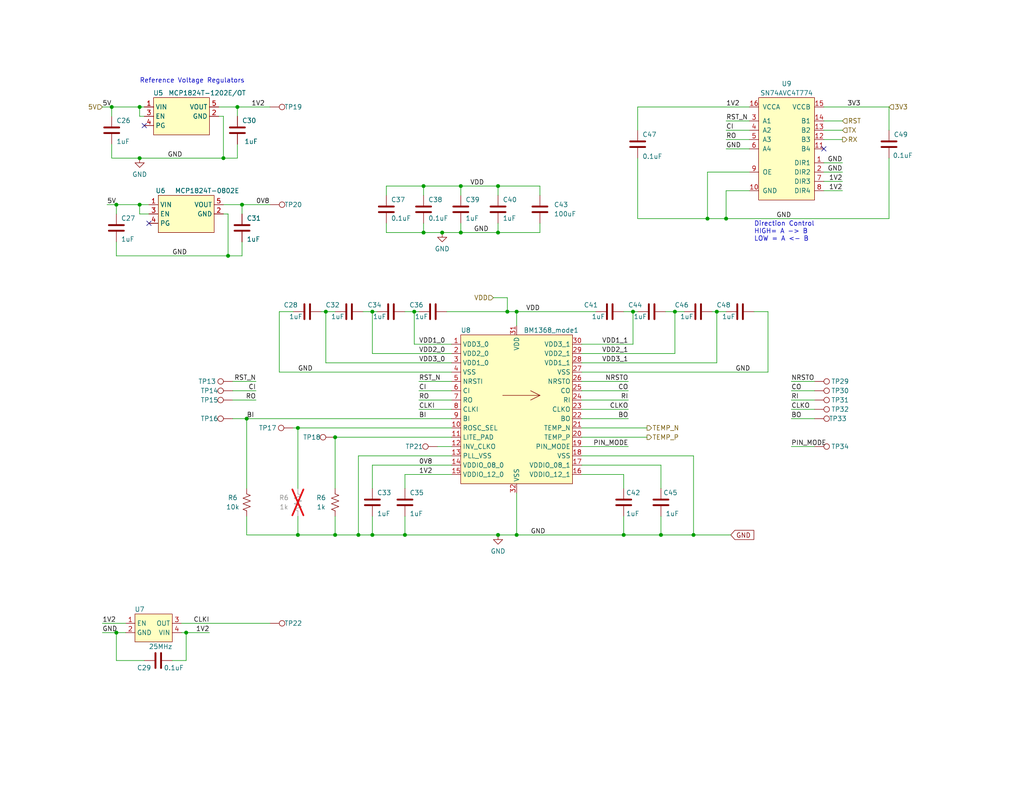
<source format=kicad_sch>
(kicad_sch (version 20231120) (generator "eeschema") (generator_version "8.0")
  (paper "A")
  (title_block (title "bitaxeSupra") (date "2024-04-07") (rev "403"))
  (lib_symbols
    (symbol "Connector:TestPoint" (pin_numbers hide) (pin_names (offset 0.762) hide)
      (property "Reference" "TP" (at 0 6.858 0))
      (property "Value" "TestPoint" (at 0 5.08 0))
      (symbol "TestPoint_0_1"
        (circle (center 0 3.302) (radius 0.762))
      )
      (symbol "TestPoint_1_1"
        (pin passive line (at 0 0 90) (length 2.54) (name "1") (number "1"))
      )
    )
    (symbol "Device:C" (pin_numbers hide) (pin_names (offset 0.254))
      (property "Reference" "C" (at 0.635 2.54 0))
      (property "Value" "C" (at 0.635 -2.54 0))
      (symbol "C_0_1"
        (polyline (pts (xy -2.032 -0.762) (xy 2.032 -0.762)) (stroke (width 0.508)))
        (polyline (pts (xy -2.032 0.762) (xy 2.032 0.762)) (stroke (width 0.508)))
      )
      (symbol "C_1_1"
        (pin passive line (at 0 3.81 270) (length 2.794) (name "~") (number "1"))
        (pin passive line (at 0 -3.81 90) (length 2.794) (name "~") (number "2"))
      )
    )
    (symbol "Device:R_US" (pin_numbers hide) (pin_names (offset 0))
      (property "Reference" "R" (at 2.54 0 90))
      (property "Value" "R_US" (at -2.54 0 90))
      (symbol "R_US_0_1"
        (polyline (pts (xy 0 -2.286) (xy 0 -2.54)))
        (polyline (pts (xy 0 2.286) (xy 0 2.54)))
        (polyline (pts (xy 0 -0.762) (xy 1.016 -1.143) (xy 0 -1.524) (xy -1.016 -1.905) (xy 0 -2.286)))
        (polyline (pts (xy 0 0.762) (xy 1.016 0.381) (xy 0 0) (xy -1.016 -0.381) (xy 0 -0.762)))
        (polyline (pts (xy 0 2.286) (xy 1.016 1.905) (xy 0 1.524) (xy -1.016 1.143) (xy 0 0.762)))
      )
      (symbol "R_US_1_1"
        (pin passive line (at 0 3.81 270) (length 1.27) (name "~") (number "1"))
        (pin passive line (at 0 -3.81 90) (length 1.27) (name "~") (number "2"))
      )
    )
    (symbol "MCP1824_1"
      (property "Reference" "U" (at -7.62 5.08 0))
      (property "Value" "MCP1824_1" (at 5.08 5.08 0))
      (symbol "MCP1824_1_0_1"
        (rectangle (start -7.62 3.81) (end 7.62 -6.35) (stroke (width 0.1524)) (fill (type background)))
      )
      (symbol "MCP1824_1_1_0"
        (pin bidirectional line (at -10.16 1.27 0) (length 2.54) (name "VIN") (number "1"))
        (pin bidirectional line (at 10.16 -1.27 180) (length 2.54) (name "GND") (number "2"))
        (pin bidirectional line (at -10.16 -1.27 0) (length 2.54) (name "EN") (number "3"))
        (pin bidirectional line (at -10.16 -3.81 0) (length 2.54) (name "PG") (number "4"))
        (pin bidirectional line (at 10.16 1.27 180) (length 2.54) (name "VOUT") (number "5"))
      )
    )
    (symbol "bitaxe:BM1368_mode1"
      (property "Reference" "U4" (at -15.24 21.59 0))
      (property "Value" "BM1368_mode1" (at 1.905 21.59 0))
      (symbol "BM1368_mode1_0_1"
        (rectangle (start -15.24 20.32) (end 15.24 -20.32) (fill (type background)))
        (polyline (pts (xy -3.81 3.81) (xy 6.35 3.81)))
        (polyline (pts (xy 3.81 2.54) (xy 6.35 3.81)))
        (polyline (pts (xy 3.81 5.08) (xy 6.35 3.81)))
      )
      (symbol "BM1368_mode1_1_1"
        (pin power_in line (at -17.78 17.78 0) (length 2.54) (name "VDD3_0") (number "1"))
        (pin unspecified line (at -17.78 -5.08 0) (length 2.54) (name "ROSC_SEL") (number "10"))
        (pin unspecified line (at -17.78 -7.62 0) (length 2.54) (name "LITE_PAD") (number "11"))
        (pin unspecified line (at -17.78 -10.16 0) (length 2.54) (name "INV_CLKO") (number "12"))
        (pin power_in line (at -17.78 -12.7 0) (length 2.54) (name "PLL_VSS") (number "13"))
        (pin power_in line (at -17.78 -15.24 0) (length 2.54) (name "VDDIO_08_0") (number "14"))
        (pin power_in line (at -17.78 -17.78 0) (length 2.54) (name "VDDIO_12_0") (number "15"))
        (pin power_in line (at 17.78 -17.78 180) (length 2.54) (name "VDDIO_12_1") (number "16"))
        (pin power_in line (at 17.78 -15.24 180) (length 2.54) (name "VDDIO_08_1") (number "17"))
        (pin power_in line (at 17.78 -12.7 180) (length 2.54) (name "VSS") (number "18"))
        (pin input line (at 17.78 -10.16 180) (length 2.54) (name "PIN_MODE") (number "19"))
        (pin power_in line (at -17.78 15.24 0) (length 2.54) (name "VDD2_0") (number "2"))
        (pin unspecified line (at 17.78 -7.62 180) (length 2.54) (name "TEMP_P") (number "20"))
        (pin unspecified line (at 17.78 -5.08 180) (length 2.54) (name "TEMP_N") (number "21"))
        (pin output line (at 17.78 -2.54 180) (length 2.54) (name "BO") (number "22"))
        (pin output line (at 17.78 0 180) (length 2.54) (name "CLKO") (number "23"))
        (pin input line (at 17.78 2.54 180) (length 2.54) (name "RI") (number "24"))
        (pin output line (at 17.78 5.08 180) (length 2.54) (name "CO") (number "25"))
        (pin output line (at 17.78 7.62 180) (length 2.54) (name "NRSTO") (number "26"))
        (pin power_in line (at 17.78 10.16 180) (length 2.54) (name "VSS") (number "27"))
        (pin power_in line (at 17.78 12.7 180) (length 2.54) (name "VDD1_1") (number "28"))
        (pin power_in line (at 17.78 15.24 180) (length 2.54) (name "VDD2_1") (number "29"))
        (pin power_in line (at -17.78 12.7 0) (length 2.54) (name "VDD1_0") (number "3"))
        (pin power_in line (at 17.78 17.78 180) (length 2.54) (name "VDD3_1") (number "30"))
        (pin power_in line (at 0 22.86 270) (length 2.54) (name "VDD") (number "31"))
        (pin power_in line (at 0 -22.86 90) (length 2.54) (name "VSS") (number "32"))
        (pin power_in line (at -17.78 10.16 0) (length 2.54) (name "VSS") (number "4"))
        (pin input line (at -17.78 7.62 0) (length 2.54) (name "NRSTI") (number "5"))
        (pin input line (at -17.78 5.08 0) (length 2.54) (name "CI") (number "6"))
        (pin output line (at -17.78 2.54 0) (length 2.54) (name "RO") (number "7"))
        (pin input line (at -17.78 0 0) (length 2.54) (name "CLKI") (number "8"))
        (pin input line (at -17.78 -2.54 0) (length 2.54) (name "BI") (number "9"))
      )
    )
    (symbol "bitaxe:MCP1824"
      (property "Reference" "U" (at -7.62 5.08 0))
      (property "Value" "MCP1824" (at 5.08 5.08 0))
      (symbol "MCP1824_0_1"
        (rectangle (start -7.62 3.81) (end 7.62 -6.35) (stroke (width 0.1524)) (fill (type background)))
      )
      (symbol "MCP1824_1_0"
        (pin bidirectional line (at -10.16 1.27 0) (length 2.54) (name "VIN") (number "1"))
        (pin bidirectional line (at 10.16 -1.27 180) (length 2.54) (name "GND") (number "2"))
        (pin bidirectional line (at -10.16 -1.27 0) (length 2.54) (name "EN") (number "3"))
        (pin bidirectional line (at -10.16 -3.81 0) (length 2.54) (name "PG") (number "4"))
        (pin bidirectional line (at 10.16 1.27 180) (length 2.54) (name "VOUT") (number "5"))
      )
    )
    (symbol "bitaxe:SN74AVC4T774" (pin_names (offset 1.016))
      (property "Reference" "U" (at -6.35 12.7 0))
      (property "Value" "SN74AVC4T774" (at -7.62 -19.05 0))
      (symbol "SN74AVC4T774_0_0"
        (rectangle (start -7.62 11.43) (end 7.62 -16.51) (stroke (width 0.1524)) (fill (type background)))
      )
      (symbol "SN74AVC4T774_1_0"
        (pin input line (at 10.16 -6.35 180) (length 2.54) (name "DIR1") (number "1"))
        (pin power_in line (at -10.16 -13.97 0) (length 2.54) (name "GND") (number "10"))
        (pin bidirectional line (at 10.16 -2.54 180) (length 2.54) (name "B4") (number "11"))
        (pin bidirectional line (at 10.16 0 180) (length 2.54) (name "B3") (number "12"))
        (pin bidirectional line (at 10.16 2.54 180) (length 2.54) (name "B2") (number "13"))
        (pin bidirectional line (at 10.16 5.08 180) (length 2.54) (name "B1") (number "14"))
        (pin power_in line (at 10.16 8.89 180) (length 2.54) (name "VCCB") (number "15"))
        (pin power_in line (at -10.16 8.89 0) (length 2.54) (name "VCCA") (number "16"))
        (pin input line (at 10.16 -8.89 180) (length 2.54) (name "DIR2") (number "2"))
        (pin bidirectional line (at -10.16 5.08 0) (length 2.54) (name "A1") (number "3"))
        (pin bidirectional line (at -10.16 2.54 0) (length 2.54) (name "A2") (number "4"))
        (pin bidirectional line (at -10.16 0 0) (length 2.54) (name "A3") (number "5"))
        (pin bidirectional line (at -10.16 -2.54 0) (length 2.54) (name "A4") (number "6"))
        (pin input line (at 10.16 -11.43 180) (length 2.54) (name "DIR3") (number "7"))
        (pin input line (at 10.16 -13.97 180) (length 2.54) (name "DIR4") (number "8"))
        (pin input line (at -10.16 -8.89 0) (length 2.54) (name "OE") (number "9"))
      )
    )
    (symbol "bitaxe:oscillator"
      (property "Reference" "U" (at -3.81 5.08 0))
      (property "Value" "oscillator" (at 0 -5.08 0))
      (symbol "oscillator_0_1"
        (rectangle (start -5.08 3.81) (end 5.08 -3.81) (stroke (width 0.1524)) (fill (type background)))
      )
      (symbol "oscillator_1_0"
        (pin bidirectional line (at -7.62 1.27 0) (length 2.54) (name "EN") (number "1"))
        (pin bidirectional line (at -7.62 -1.27 0) (length 2.54) (name "GND") (number "2"))
        (pin bidirectional line (at 7.62 1.27 180) (length 2.54) (name "OUT") (number "3"))
        (pin bidirectional line (at 7.62 -1.27 180) (length 2.54) (name "VIN") (number "4"))
      )
    )
    (symbol "power:GND" (power) (pin_names (offset 0))
      (property "Value" "GND" (at 0 -3.81 0))
      (symbol "GND_0_1"
        (polyline (pts (xy 0 0) (xy 0 -1.27) (xy 1.27 -1.27) (xy 0 -2.54) (xy -1.27 -1.27) (xy 0 -1.27)))
      )
      (symbol "GND_1_1"
        (pin power_in line (at 0 0 270) (length 0) hide (name "GND") (number "1"))
      )
    )
  )
  (junction (at 180.34 146.05))
  (junction (at 184.15 85.09))
  (junction (at 115.57 63.5) (diameter 0.9144))
  (junction (at 38.1 43.18))
  (junction (at 67.31 114.3))
  (junction (at 30.48 29.21) (diameter 0.9144))
  (junction (at 125.73 50.8) (diameter 0.9144))
  (junction (at 135.89 50.8))
  (junction (at 38.1 55.88))
  (junction (at 135.89 63.5))
  (junction (at 81.28 116.84))
  (junction (at 120.65 63.5))
  (junction (at 62.23 69.85) (diameter 0.9144))
  (junction (at 101.6 85.09))
  (junction (at 101.6 146.05))
  (junction (at 91.44 119.38))
  (junction (at 113.03 85.09))
  (junction (at 97.79 146.05))
  (junction (at 110.49 146.05))
  (junction (at 64.77 29.21) (diameter 0.9144))
  (junction (at 189.23 146.05))
  (junction (at 50.8 172.72))
  (junction (at 138.43 85.09))
  (junction (at 135.89 146.05))
  (junction (at 91.44 146.05))
  (junction (at 31.75 55.88) (diameter 0.9144))
  (junction (at 125.73 63.5) (diameter 0.9144))
  (junction (at 198.12 59.69))
  (junction (at 170.18 146.05))
  (junction (at 172.72 85.09))
  (junction (at 81.28 146.05))
  (junction (at 60.96 43.18) (diameter 0.9144))
  (junction (at 195.58 85.09))
  (junction (at 38.1 29.21))
  (junction (at 88.9 85.09))
  (junction (at 193.04 59.69))
  (junction (at 140.97 85.09))
  (junction (at 31.75 172.72))
  (junction (at 115.57 50.8) (diameter 0.9144))
  (junction (at 140.97 146.05))
  (junction (at 66.04 55.88) (diameter 0.9144))
  (no_connect (at 40.64 60.96))
  (no_connect (at 224.79 40.64))
  (no_connect (at 39.37 34.29))
  (wire (pts (xy 31.75 180.34) (xy 31.75 172.72)))
  (wire (pts (xy 180.34 146.05) (xy 189.23 146.05)))
  (wire (pts (xy 101.6 127) (xy 123.19 127)))
  (wire (pts (xy 105.41 60.96) (xy 105.41 63.5)))
  (wire (pts (xy 110.49 129.54) (xy 110.49 133.35)))
  (wire (pts (xy 242.57 29.21) (xy 242.57 35.56)))
  (wire (pts (xy 88.9 99.06) (xy 88.9 85.09)))
  (wire (pts (xy 198.12 59.69) (xy 242.57 59.69)))
  (wire (pts (xy 140.97 134.62) (xy 140.97 146.05)))
  (wire (pts (xy 134.62 81.28) (xy 138.43 81.28)))
  (wire (pts (xy 91.44 140.97) (xy 91.44 146.05)))
  (wire (pts (xy 215.9 114.3) (xy 222.25 114.3)))
  (wire (pts (xy 125.73 53.34) (xy 125.73 50.8)))
  (wire (pts (xy 115.57 63.5) (xy 105.41 63.5)))
  (wire (pts (xy 195.58 99.06) (xy 195.58 85.09)))
  (wire (pts (xy 198.12 52.07) (xy 198.12 59.69)))
  (wire (pts (xy 114.3 104.14) (xy 123.19 104.14)))
  (wire (pts (xy 110.49 85.09) (xy 113.03 85.09)))
  (wire (pts (xy 113.03 85.09) (xy 114.3 85.09)))
  (wire (pts (xy 158.75 121.92) (xy 171.45 121.92)))
  (wire (pts (xy 64.77 39.37) (xy 64.77 43.18)))
  (wire (pts (xy 158.75 124.46) (xy 189.23 124.46)))
  (wire (pts (xy 158.75 93.98) (xy 172.72 93.98)))
  (wire (pts (xy 81.28 146.05) (xy 91.44 146.05)))
  (wire (pts (xy 60.96 31.75) (xy 59.69 31.75)))
  (wire (pts (xy 31.75 55.88) (xy 38.1 55.88)))
  (wire (pts (xy 158.75 104.14) (xy 171.45 104.14)))
  (wire (pts (xy 88.9 85.09) (xy 91.44 85.09)))
  (wire (pts (xy 101.6 127) (xy 101.6 133.35)))
  (wire (pts (xy 76.2 101.6) (xy 76.2 85.09)))
  (wire (pts (xy 101.6 146.05) (xy 110.49 146.05)))
  (wire (pts (xy 162.56 85.09) (xy 140.97 85.09)))
  (wire (pts (xy 184.15 85.09) (xy 186.69 85.09)))
  (wire (pts (xy 46.99 180.34) (xy 50.8 180.34)))
  (wire (pts (xy 209.55 85.09) (xy 205.74 85.09)))
  (wire (pts (xy 115.57 53.34) (xy 115.57 50.8)))
  (wire (pts (xy 189.23 124.46) (xy 189.23 146.05)))
  (wire (pts (xy 99.06 85.09) (xy 101.6 85.09)))
  (wire (pts (xy 62.23 58.42) (xy 60.96 58.42)))
  (wire (pts (xy 135.89 60.96) (xy 135.89 63.5)))
  (wire (pts (xy 193.04 46.99) (xy 193.04 59.69)))
  (wire (pts (xy 242.57 43.18) (xy 242.57 59.69)))
  (wire (pts (xy 180.34 127) (xy 180.34 133.35)))
  (wire (pts (xy 64.77 43.18) (xy 60.96 43.18)))
  (wire (pts (xy 31.75 66.04) (xy 31.75 69.85)))
  (wire (pts (xy 158.75 109.22) (xy 171.45 109.22)))
  (wire (pts (xy 172.72 93.98) (xy 172.72 85.09)))
  (wire (pts (xy 50.8 172.72) (xy 57.15 172.72)))
  (wire (pts (xy 147.32 60.96) (xy 147.32 63.5)))
  (wire (pts (xy 158.75 96.52) (xy 184.15 96.52)))
  (wire (pts (xy 31.75 55.88) (xy 31.75 58.42)))
  (wire (pts (xy 67.31 140.97) (xy 67.31 146.05)))
  (wire (pts (xy 209.55 101.6) (xy 209.55 85.09)))
  (wire (pts (xy 62.23 69.85) (xy 31.75 69.85)))
  (wire (pts (xy 66.04 66.04) (xy 66.04 69.85)))
  (wire (pts (xy 224.79 35.56) (xy 229.87 35.56)))
  (wire (pts (xy 66.04 55.88) (xy 73.66 55.88)))
  (wire (pts (xy 215.9 106.68) (xy 222.25 106.68)))
  (wire (pts (xy 81.28 140.97) (xy 81.28 146.05)))
  (wire (pts (xy 50.8 180.34) (xy 50.8 172.72)))
  (wire (pts (xy 135.89 50.8) (xy 147.32 50.8)))
  (wire (pts (xy 113.03 93.98) (xy 123.19 93.98)))
  (wire (pts (xy 66.04 69.85) (xy 62.23 69.85)))
  (wire (pts (xy 67.31 114.3) (xy 123.19 114.3)))
  (wire (pts (xy 38.1 58.42) (xy 38.1 55.88)))
  (wire (pts (xy 114.3 106.68) (xy 123.19 106.68)))
  (wire (pts (xy 30.48 39.37) (xy 30.48 43.18)))
  (wire (pts (xy 38.1 29.21) (xy 39.37 29.21)))
  (wire (pts (xy 115.57 60.96) (xy 115.57 63.5)))
  (wire (pts (xy 121.92 85.09) (xy 138.43 85.09)))
  (wire (pts (xy 120.65 63.5) (xy 115.57 63.5)))
  (wire (pts (xy 62.23 58.42) (xy 62.23 69.85)))
  (wire (pts (xy 87.63 85.09) (xy 88.9 85.09)))
  (wire (pts (xy 91.44 119.38) (xy 91.44 133.35)))
  (wire (pts (xy 158.75 99.06) (xy 195.58 99.06)))
  (wire (pts (xy 123.19 101.6) (xy 76.2 101.6)))
  (wire (pts (xy 101.6 96.52) (xy 123.19 96.52)))
  (wire (pts (xy 81.28 116.84) (xy 123.19 116.84)))
  (wire (pts (xy 88.9 99.06) (xy 123.19 99.06)))
  (wire (pts (xy 138.43 81.28) (xy 138.43 85.09)))
  (wire (pts (xy 158.75 127) (xy 180.34 127)))
  (wire (pts (xy 38.1 31.75) (xy 39.37 31.75)))
  (wire (pts (xy 97.79 124.46) (xy 97.79 146.05)))
  (wire (pts (xy 215.9 121.92) (xy 222.25 121.92)))
  (wire (pts (xy 125.73 60.96) (xy 125.73 63.5)))
  (wire (pts (xy 224.79 38.1) (xy 229.87 38.1)))
  (wire (pts (xy 81.28 146.05) (xy 67.31 146.05)))
  (wire (pts (xy 181.61 85.09) (xy 184.15 85.09)))
  (wire (pts (xy 31.75 172.72) (xy 34.29 172.72)))
  (wire (pts (xy 224.79 46.99) (xy 229.87 46.99)))
  (wire (pts (xy 158.75 129.54) (xy 170.18 129.54)))
  (wire (pts (xy 101.6 140.97) (xy 101.6 146.05)))
  (wire (pts (xy 158.75 114.3) (xy 171.45 114.3)))
  (wire (pts (xy 215.9 111.76) (xy 222.25 111.76)))
  (wire (pts (xy 224.79 29.21) (xy 242.57 29.21)))
  (wire (pts (xy 158.75 106.68) (xy 171.45 106.68)))
  (wire (pts (xy 38.1 55.88) (xy 40.64 55.88)))
  (wire (pts (xy 158.75 101.6) (xy 209.55 101.6)))
  (wire (pts (xy 198.12 35.56) (xy 204.47 35.56)))
  (wire (pts (xy 60.96 31.75) (xy 60.96 43.18)))
  (wire (pts (xy 110.49 129.54) (xy 123.19 129.54)))
  (wire (pts (xy 110.49 140.97) (xy 110.49 146.05)))
  (wire (pts (xy 204.47 46.99) (xy 193.04 46.99)))
  (wire (pts (xy 105.41 53.34) (xy 105.41 50.8)))
  (wire (pts (xy 60.96 55.88) (xy 66.04 55.88)))
  (wire (pts (xy 63.5 106.68) (xy 69.85 106.68)))
  (wire (pts (xy 170.18 140.97) (xy 170.18 146.05)))
  (wire (pts (xy 198.12 33.02) (xy 204.47 33.02)))
  (wire (pts (xy 195.58 85.09) (xy 198.12 85.09)))
  (wire (pts (xy 170.18 85.09) (xy 172.72 85.09)))
  (wire (pts (xy 30.48 29.21) (xy 38.1 29.21)))
  (wire (pts (xy 27.94 29.21) (xy 30.48 29.21)))
  (wire (pts (xy 224.79 44.45) (xy 229.87 44.45)))
  (wire (pts (xy 158.75 116.84) (xy 176.53 116.84)))
  (wire (pts (xy 30.48 29.21) (xy 30.48 31.75)))
  (wire (pts (xy 27.94 170.18) (xy 34.29 170.18)))
  (wire (pts (xy 125.73 63.5) (xy 120.65 63.5)))
  (wire (pts (xy 123.19 119.38) (xy 91.44 119.38)))
  (wire (pts (xy 38.1 58.42) (xy 40.64 58.42)))
  (wire (pts (xy 119.38 121.92) (xy 123.19 121.92)))
  (wire (pts (xy 173.99 43.18) (xy 173.99 59.69)))
  (wire (pts (xy 101.6 96.52) (xy 101.6 85.09)))
  (wire (pts (xy 173.99 29.21) (xy 204.47 29.21)))
  (wire (pts (xy 29.21 55.88) (xy 31.75 55.88)))
  (wire (pts (xy 224.79 33.02) (xy 229.87 33.02)))
  (wire (pts (xy 224.79 49.53) (xy 229.87 49.53)))
  (wire (pts (xy 101.6 85.09) (xy 102.87 85.09)))
  (wire (pts (xy 189.23 146.05) (xy 199.39 146.05)))
  (wire (pts (xy 115.57 50.8) (xy 125.73 50.8)))
  (wire (pts (xy 59.69 29.21) (xy 64.77 29.21)))
  (wire (pts (xy 173.99 59.69) (xy 193.04 59.69)))
  (wire (pts (xy 49.53 172.72) (xy 50.8 172.72)))
  (wire (pts (xy 76.2 85.09) (xy 80.01 85.09)))
  (wire (pts (xy 215.9 109.22) (xy 222.25 109.22)))
  (wire (pts (xy 170.18 129.54) (xy 170.18 133.35)))
  (wire (pts (xy 97.79 146.05) (xy 101.6 146.05)))
  (wire (pts (xy 198.12 38.1) (xy 204.47 38.1)))
  (wire (pts (xy 114.3 109.22) (xy 123.19 109.22)))
  (wire (pts (xy 194.31 85.09) (xy 195.58 85.09)))
  (wire (pts (xy 27.94 172.72) (xy 31.75 172.72)))
  (wire (pts (xy 158.75 119.38) (xy 176.53 119.38)))
  (wire (pts (xy 198.12 40.64) (xy 204.47 40.64)))
  (wire (pts (xy 64.77 29.21) (xy 64.77 31.75)))
  (wire (pts (xy 38.1 43.18) (xy 30.48 43.18)))
  (wire (pts (xy 135.89 53.34) (xy 135.89 50.8)))
  (wire (pts (xy 67.31 114.3) (xy 67.31 133.35)))
  (wire (pts (xy 170.18 146.05) (xy 180.34 146.05)))
  (wire (pts (xy 140.97 85.09) (xy 140.97 88.9)))
  (wire (pts (xy 113.03 85.09) (xy 113.03 93.98)))
  (wire (pts (xy 140.97 146.05) (xy 170.18 146.05)))
  (wire (pts (xy 198.12 59.69) (xy 193.04 59.69)))
  (wire (pts (xy 66.04 55.88) (xy 66.04 58.42)))
  (wire (pts (xy 147.32 53.34) (xy 147.32 50.8)))
  (wire (pts (xy 64.77 29.21) (xy 73.66 29.21)))
  (wire (pts (xy 110.49 146.05) (xy 135.89 146.05)))
  (wire (pts (xy 38.1 31.75) (xy 38.1 29.21)))
  (wire (pts (xy 114.3 111.76) (xy 123.19 111.76)))
  (wire (pts (xy 173.99 29.21) (xy 173.99 35.56)))
  (wire (pts (xy 224.79 52.07) (xy 229.87 52.07)))
  (wire (pts (xy 135.89 146.05) (xy 140.97 146.05)))
  (wire (pts (xy 123.19 124.46) (xy 97.79 124.46)))
  (wire (pts (xy 81.28 116.84) (xy 81.28 133.35)))
  (wire (pts (xy 125.73 50.8) (xy 135.89 50.8)))
  (wire (pts (xy 172.72 85.09) (xy 173.99 85.09)))
  (wire (pts (xy 215.9 104.14) (xy 222.25 104.14)))
  (wire (pts (xy 63.5 109.22) (xy 69.85 109.22)))
  (wire (pts (xy 91.44 146.05) (xy 97.79 146.05)))
  (wire (pts (xy 105.41 50.8) (xy 115.57 50.8)))
  (wire (pts (xy 39.37 180.34) (xy 31.75 180.34)))
  (wire (pts (xy 204.47 52.07) (xy 198.12 52.07)))
  (wire (pts (xy 184.15 96.52) (xy 184.15 85.09)))
  (wire (pts (xy 158.75 111.76) (xy 171.45 111.76)))
  (wire (pts (xy 135.89 63.5) (xy 125.73 63.5)))
  (wire (pts (xy 63.5 114.3) (xy 67.31 114.3)))
  (wire (pts (xy 49.53 170.18) (xy 73.66 170.18)))
  (wire (pts (xy 80.01 116.84) (xy 81.28 116.84)))
  (wire (pts (xy 63.5 104.14) (xy 69.85 104.14)))
  (wire (pts (xy 138.43 85.09) (xy 140.97 85.09)))
  (wire (pts (xy 180.34 140.97) (xy 180.34 146.05)))
  (wire (pts (xy 60.96 43.18) (xy 38.1 43.18)))
  (wire (pts (xy 135.89 63.5) (xy 147.32 63.5)))
  (text "Reference Voltage Regulators" (at 38.1 22.86 0) (effects (font (size 1.27 1.27)) (justify left bottom)))
  (text "Direction Control\nHIGH= A -> B\nLOW = A <- B" (at 205.74 66.04 0) (effects (font (size 1.27 1.27)) (justify left bottom)))
  (label "GND" (at 45.72 43.18 0))
  (label "RST_N" (at 69.85 104.14 180))
  (label "GND" (at 229.87 46.99 180))
  (label "1V2" (at 229.87 52.07 180))
  (label "1V2" (at 114.3 129.54 0))
  (label "1V2" (at 68.58 29.21 0))
  (label "BI" (at 67.31 114.3 0))
  (label "GND" (at 27.94 172.72 0))
  (label "CLKO" (at 171.45 111.76 180))
  (label "RST_N" (at 114.3 104.14 0))
  (label "5V" (at 29.21 55.88 0))
  (label "RO" (at 114.3 109.22 0))
  (label "0V8" (at 69.85 55.88 0))
  (label "CO" (at 215.9 106.68 0))
  (label "GND" (at 144.78 146.05 0))
  (label "BO" (at 215.9 114.3 0))
  (label "GND" (at 198.12 40.64 0))
  (label "5V" (at 27.94 29.21 0))
  (label "CI" (at 198.12 35.56 0))
  (label "PIN_MODE" (at 215.9 121.92 0))
  (label "1V2" (at 229.87 49.53 180))
  (label "CI" (at 69.85 106.68 180))
  (label "1V2" (at 27.94 170.18 0))
  (label "RO" (at 198.12 38.1 0))
  (label "NRSTO" (at 215.9 104.14 0))
  (label "PIN_MODE" (at 171.45 121.92 180))
  (label "0V8" (at 114.3 127 0))
  (label "GND" (at 46.99 69.85 0))
  (label "VDD3_1" (at 171.45 99.06 180))
  (label "VDD2_1" (at 171.45 96.52 180))
  (label "RI" (at 215.9 109.22 0))
  (label "RST_N" (at 198.12 33.02 0))
  (label "CLKI" (at 114.3 111.76 0))
  (label "1V2" (at 198.12 29.21 0))
  (label "CO" (at 171.45 106.68 180))
  (label "VDD1_0" (at 114.3 93.98 0))
  (label "VDD3_0" (at 114.3 99.06 0))
  (label "CLKO" (at 215.9 111.76 0))
  (label "CLKI" (at 57.15 170.18 180))
  (label "3V3" (at 231.14 29.21 0))
  (label "RO" (at 69.85 109.22 180))
  (label "VDD1_1" (at 171.45 93.98 180))
  (label "GND" (at 81.28 101.6 0))
  (label "VDD" (at 143.51 85.09 0))
  (label "BO" (at 171.45 114.3 180))
  (label "GND" (at 215.9 59.69 180))
  (label "RI" (at 171.45 109.22 180))
  (label "1V2" (at 57.15 172.72 180))
  (label "VDD2_0" (at 114.3 96.52 0))
  (label "NRSTO" (at 171.45 104.14 180))
  (label "GND" (at 200.66 101.6 0))
  (label "GND" (at 133.35 63.5 180))
  (label "GND" (at 229.87 44.45 180))
  (label "CI" (at 114.3 106.68 0))
  (label "VDD" (at 128.27 50.8 0))
  (label "BI" (at 114.3 114.3 0))
  (global_label "GND" (shape input) (at 199.39 146.05 0) (property "Intersheetrefs" "${INTERSHEET_REFS}" (effects (hide yes))))
  (hierarchical_label "5V" (shape input) (at 27.94 29.21 180))
  (hierarchical_label "TEMP_N" (shape output) (at 176.53 116.84 0))
  (hierarchical_label "3V3" (shape input) (at 242.57 29.21 0))
  (hierarchical_label "TX" (shape input) (at 229.87 35.56 0))
  (hierarchical_label "RX" (shape output) (at 229.87 38.1 0))
  (hierarchical_label "VDD" (shape input) (at 134.62 81.28 180))
  (hierarchical_label "RST" (shape input) (at 229.87 33.02 0))
  (hierarchical_label "TEMP_P" (shape output) (at 176.53 119.38 0))
  (symbol (lib_id "Device:C") (at 64.77 35.56 0) (unit 1)
    (property "Reference" "C30" (at 66.04 33.655 0) (effects (justify left bottom)))
    (property "Value" "1uF" (at 66.675 39.37 0) (effects (justify left bottom)))
    (property "Footprint" "Capacitor_SMD:C_0402_1005Metric" (effects (hide yes)))
    (property "DK" "587-5514-1-ND" (effects (hide yes)))
    (property "PARTNO" "EMK105BJ105MV-F" (effects (hide yes)))
  )
  (symbol (lib_id "Device:C") (at 30.48 35.56 0) (unit 1)
    (property "Reference" "C26" (at 31.75 33.655 0) (effects (justify left bottom)))
    (property "Value" "1uF" (at 31.75 39.37 0) (effects (justify left bottom)))
    (property "Footprint" "Capacitor_SMD:C_0402_1005Metric" (effects (hide yes)))
    (property "DK" "587-5514-1-ND" (effects (hide yes)))
    (property "PARTNO" "EMK105BJ105MV-F" (effects (hide yes)))
  )
  (symbol (lib_id "Device:C") (at 125.73 57.15 0) (unit 1)
    (property "Reference" "C39" (at 127 55.245 0) (effects (justify left bottom)))
    (property "Value" "1uF" (at 127 60.325 0) (effects (justify left bottom)))
    (property "Footprint" "Capacitor_SMD:C_0402_1005Metric" (effects (hide yes)))
    (property "DK" "587-5514-1-ND" (effects (hide yes)))
    (property "PARTNO" "EMK105BJ105MV-F" (effects (hide yes)))
  )
  (symbol (lib_id "Device:C") (at 118.11 85.09 90) (unit 1)
    (property "Reference" "C36" (at 115.57 82.55 90) (effects (justify left bottom)))
    (property "Value" "1uF" (at 116.84 85.725 90) (effects (justify left bottom)))
    (property "Footprint" "Capacitor_SMD:C_0402_1005Metric" (effects (hide yes)))
    (property "DK" "587-5514-1-ND" (effects (hide yes)))
    (property "PARTNO" "EMK105BJ105MV-F" (effects (hide yes)))
  )
  (symbol (lib_id "Connector:TestPoint") (at 222.25 114.3 270) (unit 1) (in_bom no)
    (property "Reference" "TP33" (at 228.6 114.3 90))
    (property "Value" "TestPoint" (effects (hide yes)))
    (property "Footprint" "TestPoint:TestPoint_Pad_D1.5mm" (effects (hide yes)))
  )
  (symbol (lib_id "Device:C") (at 115.57 57.15 0) (unit 1)
    (property "Reference" "C38" (at 116.84 55.245 0) (effects (justify left bottom)))
    (property "Value" "0.1uF" (at 116.84 60.325 0) (effects (justify left bottom)))
    (property "Footprint" "Capacitor_SMD:C_0402_1005Metric" (effects (hide yes)))
    (property "DK" "1276-1234-1-ND" (effects (hide yes)))
    (property "PARTNO" "CL05A104KO5NNNC" (effects (hide yes)))
  )
  (symbol (lib_id "Connector:TestPoint") (at 222.25 109.22 270) (unit 1) (in_bom no)
    (property "Reference" "TP31" (at 229.235 109.22 90))
    (property "Value" "TestPoint" (effects (hide yes)))
    (property "Footprint" "TestPoint:TestPoint_Pad_D1.5mm" (effects (hide yes)))
  )
  (symbol (lib_id "Connector:TestPoint") (at 222.25 111.76 270) (unit 1) (in_bom no)
    (property "Reference" "TP32" (at 229.235 111.76 90))
    (property "Value" "TestPoint" (effects (hide yes)))
    (property "Footprint" "TestPoint:TestPoint_Pad_D1.5mm" (effects (hide yes)))
  )
  (symbol (lib_id "Device:C") (at 190.5 85.09 90) (unit 1)
    (property "Reference" "C46" (at 187.96 82.55 90) (effects (justify left bottom)))
    (property "Value" "1uF" (at 189.23 85.725 90) (effects (justify left bottom)))
    (property "Footprint" "Capacitor_SMD:C_0402_1005Metric" (effects (hide yes)))
    (property "DK" "587-5514-1-ND" (effects (hide yes)))
    (property "PARTNO" "EMK105BJ105MV-F" (effects (hide yes)))
  )
  (symbol (lib_id "Device:C") (at 201.93 85.09 90) (unit 1)
    (property "Reference" "C48" (at 199.39 82.55 90) (effects (justify left bottom)))
    (property "Value" "1uF" (at 200.66 85.725 90) (effects (justify left bottom)))
    (property "Footprint" "Capacitor_SMD:C_0402_1005Metric" (effects (hide yes)))
    (property "DK" "587-5514-1-ND" (effects (hide yes)))
    (property "PARTNO" "EMK105BJ105MV-F" (effects (hide yes)))
  )
  (symbol (lib_id "Device:C") (at 43.18 180.34 90) (unit 1)
    (property "Reference" "C29" (at 41.275 181.61 90) (effects (justify left bottom)))
    (property "Value" "0.1uF" (at 50.165 181.61 90) (effects (justify left bottom)))
    (property "Footprint" "Capacitor_SMD:C_0402_1005Metric" (effects (hide yes)))
    (property "DK" "1276-1234-1-ND" (effects (hide yes)))
    (property "PARTNO" "CL05A104KO5NNNC" (effects (hide yes)))
  )
  (symbol (lib_id "power:GND") (at 135.89 146.05 0) (mirror y) (unit 1)
    (property "Reference" "#PWR02" (effects (hide yes)))
    (property "Value" "GND" (at 135.89 150.495 0))
  )
  (symbol (lib_id "Device:C") (at 105.41 57.15 0) (unit 1)
    (property "Reference" "C37" (at 106.68 55.245 0) (effects (justify left bottom)))
    (property "Value" "0.1uF" (at 106.68 60.325 0) (effects (justify left bottom)))
    (property "Footprint" "Capacitor_SMD:C_0402_1005Metric" (effects (hide yes)))
    (property "DK" "1276-1234-1-ND" (effects (hide yes)))
    (property "PARTNO" "CL05A104KO5NNNC" (effects (hide yes)))
  )
  (symbol (lib_id "Device:C") (at 177.8 85.09 90) (unit 1)
    (property "Reference" "C44" (at 175.26 82.55 90) (effects (justify left bottom)))
    (property "Value" "1uF" (at 176.53 85.725 90) (effects (justify left bottom)))
    (property "Footprint" "Capacitor_SMD:C_0402_1005Metric" (effects (hide yes)))
    (property "DK" "587-5514-1-ND" (effects (hide yes)))
    (property "PARTNO" "EMK105BJ105MV-F" (effects (hide yes)))
  )
  (symbol (lib_id "Device:R_US") (at 81.28 137.16 180) (unit 1) (dnp yes)
    (property "Reference" "R6" (at 77.47 135.89 0))
    (property "Value" "1k" (at 77.47 138.43 0))
    (property "Footprint" "Resistor_SMD:R_0402_1005Metric" (effects (hide yes)))
    (property "DK" "311-1.00KLRCT-ND" (effects (hide yes)))
    (property "PARTNO" "RC0402FR-071KL" (effects (hide yes)))
  )
  (symbol (lib_id "Device:C") (at 101.6 137.16 0) (unit 1)
    (property "Reference" "C33" (at 102.87 135.255 0) (effects (justify left bottom)))
    (property "Value" "1uF" (at 102.87 140.97 0) (effects (justify left bottom)))
    (property "Footprint" "Capacitor_SMD:C_0402_1005Metric" (effects (hide yes)))
    (property "DK" "587-5514-1-ND" (effects (hide yes)))
    (property "PARTNO" "EMK105BJ105MV-F" (effects (hide yes)))
  )
  (symbol (lib_id "Connector:TestPoint") (at 73.66 55.88 270) (mirror x) (unit 1) (in_bom no)
    (property "Reference" "TP20" (at 80.01 55.88 90))
    (property "Value" "TestPoint" (effects (hide yes)))
    (property "Footprint" "TestPoint:TestPoint_Pad_D1.5mm" (effects (hide yes)))
  )
  (symbol (lib_id "Device:C") (at 166.37 85.09 90) (unit 1)
    (property "Reference" "C41" (at 163.195 82.55 90) (effects (justify left bottom)))
    (property "Value" "1uF" (at 165.1 85.725 90) (effects (justify left bottom)))
    (property "Footprint" "Capacitor_SMD:C_0402_1005Metric" (effects (hide yes)))
    (property "DK" "587-5514-1-ND" (effects (hide yes)))
    (property "PARTNO" "EMK105BJ105MV-F" (effects (hide yes)))
  )
  (symbol (lib_id "Device:R_US") (at 91.44 137.16 180) (unit 1)
    (property "Reference" "R6" (at 87.63 135.89 0))
    (property "Value" "1k" (at 87.63 138.43 0))
    (property "Footprint" "Resistor_SMD:R_0402_1005Metric" (effects (hide yes)))
    (property "DK" "311-1.00KLRCT-ND" (effects (hide yes)))
    (property "PARTNO" "RC0402FR-071KL" (effects (hide yes)))
  )
  (symbol (lib_id "Device:C") (at 242.57 39.37 0) (unit 1)
    (property "Reference" "C49" (at 243.84 37.465 0) (effects (justify left bottom)))
    (property "Value" "0.1uF" (at 243.586 43.18 0) (effects (justify left bottom)))
    (property "Footprint" "Capacitor_SMD:C_0402_1005Metric" (effects (hide yes)))
    (property "DK" "1276-1234-1-ND" (effects (hide yes)))
    (property "PARTNO" "CL05A104KO5NNNC" (effects (hide yes)))
  )
  (symbol (lib_id "bitaxe:SN74AVC4T774") (at 214.63 38.1 0) (unit 1)
    (property "Reference" "U9" (at 214.63 22.86 0))
    (property "Value" "SN74AVC4T774" (at 214.63 25.4 0))
    (property "Footprint" "Package_SO:TSSOP-16_4.4x5mm_P0.65mm" (effects (hide yes)))
    (property "Datasheet" "https://www.ti.com/lit/ds/symlink/sn74avc4t774.pdf" (effects (hide yes)))
    (property "DK" "296-24739-1-ND" (effects (hide yes)))
    (property "PARTNO" "SN74AVC4T774PWR" (effects (hide yes)))
  )
  (symbol (lib_id "Device:C") (at 147.32 57.15 0) (unit 1)
    (property "Reference" "C43" (at 151.13 55.8799 0) (effects (justify left)))
    (property "Value" "100uF" (at 151.13 58.4199 0) (effects (justify left)))
    (property "Footprint" "Capacitor_SMD:C_1206_3216Metric" (effects (hide yes)))
    (property "Description" "Unpolarized capacitor" (effects (hide yes)))
    (property "DK" "1276-1782-2-ND" (effects (hide yes)))
    (property "PARTNO" "CL31A107MQHNNNE" (effects (hide yes)))
  )
  (symbol (lib_name "MCP1824_1") (lib_id "bitaxe:MCP1824") (at 50.8 57.15 0) (unit 1)
    (property "Reference" "U6" (at 43.815 52.07 0))
    (property "Value" "MCP1824T-0802E" (at 56.515 52.07 0))
    (property "Footprint" "Package_TO_SOT_SMD:SOT-23-5" (effects (hide yes)))
    (property "Datasheet" "https://ww1.microchip.com/downloads/en/DeviceDoc/22070a.pdf" (effects (hide yes)))
    (property "PARTNO" "MCP1824T-0802E/OT" (effects (hide yes)))
    (property "DK" "MCP1824T-0802E/OTCT-ND" (effects (hide yes)))
  )
  (symbol (lib_id "Connector:TestPoint") (at 91.44 119.38 90) (unit 1) (in_bom no)
    (property "Reference" "TP18" (at 85.09 119.38 90))
    (property "Value" "TestPoint" (effects (hide yes)))
    (property "Footprint" "TestPoint:TestPoint_Pad_D1.5mm" (effects (hide yes)))
  )
  (symbol (lib_id "Connector:TestPoint") (at 119.38 121.92 90) (unit 1) (in_bom no)
    (property "Reference" "TP21" (at 113.03 121.92 90))
    (property "Value" "TestPoint" (effects (hide yes)))
    (property "Footprint" "TestPoint:TestPoint_Pad_D1.5mm" (effects (hide yes)))
  )
  (symbol (lib_id "Device:C") (at 83.82 85.09 90) (unit 1)
    (property "Reference" "C28" (at 81.28 82.55 90) (effects (justify left bottom)))
    (property "Value" "1uF" (at 82.55 85.725 90) (effects (justify left bottom)))
    (property "Footprint" "Capacitor_SMD:C_0402_1005Metric" (effects (hide yes)))
    (property "DK" "587-5514-1-ND" (effects (hide yes)))
    (property "PARTNO" "EMK105BJ105MV-F" (effects (hide yes)))
  )
  (symbol (lib_id "power:GND") (at 120.65 63.5 0) (mirror y) (unit 1)
    (property "Reference" "#PWR03" (effects (hide yes)))
    (property "Value" "GND" (at 120.65 67.945 0))
  )
  (symbol (lib_id "Device:C") (at 180.34 137.16 0) (unit 1)
    (property "Reference" "C45" (at 180.975 135.255 0) (effects (justify left bottom)))
    (property "Value" "1uF" (at 181.61 140.97 0) (effects (justify left bottom)))
    (property "Footprint" "Capacitor_SMD:C_0402_1005Metric" (effects (hide yes)))
    (property "DK" "587-5514-1-ND" (effects (hide yes)))
    (property "PARTNO" "EMK105BJ105MV-F" (effects (hide yes)))
  )
  (symbol (lib_id "Connector:TestPoint") (at 63.5 109.22 90) (unit 1) (in_bom no)
    (property "Reference" "TP15" (at 57.15 109.22 90))
    (property "Value" "TestPoint" (effects (hide yes)))
    (property "Footprint" "TestPoint:TestPoint_Pad_D1.5mm" (effects (hide yes)))
  )
  (symbol (lib_id "power:GND") (at 38.1 43.18 0) (mirror y) (unit 1)
    (property "Reference" "#PWR01" (effects (hide yes)))
    (property "Value" "GND" (at 38.1 47.625 0))
  )
  (symbol (lib_id "Device:C") (at 170.18 137.16 0) (unit 1)
    (property "Reference" "C42" (at 170.815 135.255 0) (effects (justify left bottom)))
    (property "Value" "1uF" (at 170.815 140.97 0) (effects (justify left bottom)))
    (property "Footprint" "Capacitor_SMD:C_0402_1005Metric" (effects (hide yes)))
    (property "DK" "587-5514-1-ND" (effects (hide yes)))
    (property "PARTNO" "EMK105BJ105MV-F" (effects (hide yes)))
  )
  (symbol (lib_id "Connector:TestPoint") (at 73.66 170.18 270) (unit 1) (in_bom no)
    (property "Reference" "TP22" (at 80.01 170.18 90))
    (property "Value" "TestPoint" (effects (hide yes)))
    (property "Footprint" "TestPoint:TestPoint_Pad_D1.5mm" (effects (hide yes)))
  )
  (symbol (lib_id "bitaxe:BM1368_mode1") (at 140.97 111.76 0) (unit 1)
    (property "Reference" "U8" (at 125.73 90.17 0) (effects (justify left)))
    (property "Value" "BM1368_mode1" (at 142.875 90.17 0) (effects (justify left)))
    (property "Footprint" "bitaxe:BM1368" (effects (hide yes)))
  )
  (symbol (lib_id "Device:R_US") (at 67.31 137.16 180) (unit 1)
    (property "Reference" "R6" (at 63.5 135.89 0))
    (property "Value" "10k" (at 63.5 138.43 0))
    (property "Footprint" "Resistor_SMD:R_0402_1005Metric" (effects (hide yes)))
    (property "DK" "311-10KJRCT-ND" (effects (hide yes)))
    (property "PARTNO" "RC0402JR-0710KL" (effects (hide yes)))
  )
  (symbol (lib_id "Connector:TestPoint") (at 63.5 106.68 90) (unit 1) (in_bom no)
    (property "Reference" "TP14" (at 57.15 106.68 90))
    (property "Value" "TestPoint" (effects (hide yes)))
    (property "Footprint" "TestPoint:TestPoint_Pad_D1.5mm" (effects (hide yes)))
  )
  (symbol (lib_id "Device:C") (at 95.25 85.09 90) (unit 1)
    (property "Reference" "C32" (at 92.71 82.55 90) (effects (justify left bottom)))
    (property "Value" "1uF" (at 93.98 85.725 90) (effects (justify left bottom)))
    (property "Footprint" "Capacitor_SMD:C_0402_1005Metric" (effects (hide yes)))
    (property "DK" "587-5514-1-ND" (effects (hide yes)))
    (property "PARTNO" "EMK105BJ105MV-F" (effects (hide yes)))
  )
  (symbol (lib_id "Connector:TestPoint") (at 80.01 116.84 90) (unit 1) (in_bom no)
    (property "Reference" "TP17" (at 73.025 116.84 90))
    (property "Value" "TestPoint" (effects (hide yes)))
    (property "Footprint" "TestPoint:TestPoint_Pad_D1.5mm" (effects (hide yes)))
  )
  (symbol (lib_id "Connector:TestPoint") (at 222.25 121.92 270) (unit 1) (in_bom no)
    (property "Reference" "TP34" (at 229.235 121.92 90))
    (property "Value" "TestPoint" (effects (hide yes)))
    (property "Footprint" "TestPoint:TestPoint_Pad_D1.5mm" (effects (hide yes)))
  )
  (symbol (lib_id "Connector:TestPoint") (at 63.5 114.3 90) (unit 1) (in_bom no)
    (property "Reference" "TP16" (at 57.15 114.3 90))
    (property "Value" "TestPoint" (effects (hide yes)))
    (property "Footprint" "TestPoint:TestPoint_Pad_D1.5mm" (effects (hide yes)))
  )
  (symbol (lib_id "Connector:TestPoint") (at 73.66 29.21 270) (mirror x) (unit 1) (in_bom no)
    (property "Reference" "TP19" (at 80.01 29.21 90))
    (property "Value" "TestPoint" (effects (hide yes)))
    (property "Footprint" "TestPoint:TestPoint_Pad_D1.5mm" (effects (hide yes)))
  )
  (symbol (lib_id "bitaxe:oscillator") (at 41.91 171.45 0) (unit 1)
    (property "Reference" "U7" (at 38.1 166.37 0))
    (property "Value" "25MHz" (at 43.815 176.53 0))
    (property "Footprint" "bitaxe:SMD3225-4P" (effects (hide yes)))
    (property "PARTNO" "SX3M25.000E20F30THN" (effects (hide yes)))
    (property "LCSC" "C5137262" (effects (hide yes)))
  )
  (symbol (lib_id "bitaxe:MCP1824") (at 49.53 30.48 0) (unit 1)
    (property "Reference" "U5" (at 43.18 25.4 0))
    (property "Value" "MCP1824T-1202E/OT" (at 56.515 25.4 0))
    (property "Footprint" "Package_TO_SOT_SMD:SOT-23-5" (effects (hide yes)))
    (property "Datasheet" "https://ww1.microchip.com/downloads/en/DeviceDoc/22070a.pdf" (effects (hide yes)))
    (property "PARTNO" "MCP1824T-1202E/OT" (effects (hide yes)))
    (property "DK" "MCP1824T-1202E/OTCT-ND" (effects (hide yes)))
  )
  (symbol (lib_id "Device:C") (at 31.75 62.23 0) (unit 1)
    (property "Reference" "C27" (at 33.02 60.325 0) (effects (justify left bottom)))
    (property "Value" "1uF" (at 33.02 66.04 0) (effects (justify left bottom)))
    (property "Footprint" "Capacitor_SMD:C_0402_1005Metric" (effects (hide yes)))
    (property "DK" "587-5514-1-ND" (effects (hide yes)))
    (property "PARTNO" "EMK105BJ105MV-F" (effects (hide yes)))
  )
  (symbol (lib_id "Device:C") (at 106.68 85.09 90) (unit 1)
    (property "Reference" "C34" (at 104.14 82.55 90) (effects (justify left bottom)))
    (property "Value" "1uF" (at 105.41 85.725 90) (effects (justify left bottom)))
    (property "Footprint" "Capacitor_SMD:C_0402_1005Metric" (effects (hide yes)))
    (property "DK" "587-5514-1-ND" (effects (hide yes)))
    (property "PARTNO" "EMK105BJ105MV-F" (effects (hide yes)))
  )
  (symbol (lib_id "Device:C") (at 173.99 39.37 0) (unit 1)
    (property "Reference" "C47" (at 175.26 37.465 0) (effects (justify left bottom)))
    (property "Value" "0.1uF" (at 175.26 43.434 0) (effects (justify left bottom)))
    (property "Footprint" "Capacitor_SMD:C_0402_1005Metric" (effects (hide yes)))
    (property "DK" "1276-1234-1-ND" (effects (hide yes)))
    (property "PARTNO" "CL05A104KO5NNNC" (effects (hide yes)))
  )
  (symbol (lib_id "Connector:TestPoint") (at 222.25 106.68 270) (unit 1) (in_bom no)
    (property "Reference" "TP30" (at 229.235 106.68 90))
    (property "Value" "TestPoint" (effects (hide yes)))
    (property "Footprint" "TestPoint:TestPoint_Pad_D1.5mm" (effects (hide yes)))
  )
  (symbol (lib_id "Device:C") (at 110.49 137.16 0) (unit 1)
    (property "Reference" "C35" (at 111.76 135.255 0) (effects (justify left bottom)))
    (property "Value" "1uF" (at 111.76 140.97 0) (effects (justify left bottom)))
    (property "Footprint" "Capacitor_SMD:C_0402_1005Metric" (effects (hide yes)))
    (property "DK" "587-5514-1-ND" (effects (hide yes)))
    (property "PARTNO" "EMK105BJ105MV-F" (effects (hide yes)))
  )
  (symbol (lib_id "Device:C") (at 66.04 62.23 0) (unit 1)
    (property "Reference" "C31" (at 67.31 60.325 0) (effects (justify left bottom)))
    (property "Value" "1uF" (at 67.31 66.04 0) (effects (justify left bottom)))
    (property "Footprint" "Capacitor_SMD:C_0402_1005Metric" (effects (hide yes)))
    (property "DK" "587-5514-1-ND" (effects (hide yes)))
    (property "PARTNO" "EMK105BJ105MV-F" (effects (hide yes)))
  )
  (symbol (lib_id "Device:C") (at 135.89 57.15 0) (unit 1)
    (property "Reference" "C40" (at 137.16 55.245 0) (effects (justify left bottom)))
    (property "Value" "1uF" (at 137.16 60.325 0) (effects (justify left bottom)))
    (property "Footprint" "Capacitor_SMD:C_0402_1005Metric" (effects (hide yes)))
    (property "DK" "587-5514-1-ND" (effects (hide yes)))
    (property "PARTNO" "EMK105BJ105MV-F" (effects (hide yes)))
  )
  (symbol (lib_id "Connector:TestPoint") (at 63.5 104.14 90) (unit 1) (in_bom no)
    (property "Reference" "TP13" (at 56.515 104.14 90))
    (property "Value" "TestPoint" (effects (hide yes)))
    (property "Footprint" "TestPoint:TestPoint_Pad_D1.5mm" (effects (hide yes)))
  )
  (symbol (lib_id "Connector:TestPoint") (at 222.25 104.14 270) (unit 1) (in_bom no)
    (property "Reference" "TP29" (at 229.235 104.14 90))
    (property "Value" "TestPoint" (effects (hide yes)))
    (property "Footprint" "TestPoint:TestPoint_Pad_D1.5mm" (effects (hide yes)))
  )
)
</source>
